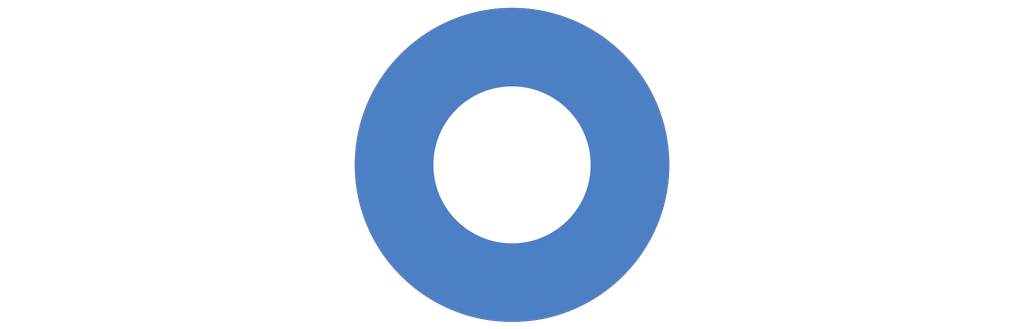
<source format=kicad_pcb>
(kicad_pcb (version 20240108) (generator pcbnew)
  (layers (0 "F.Cu" signal) (31 "B.Cu" signal) (34 "B.Paste" user) (35 "F.Paste" user) (36 "B.SilkS" user "B.Silkscreen") (37 "F.SilkS" user "F.Silkscreen") (38 "B.Mask" user) (39 "F.Mask" user) (44 "Edge.Cuts" user))
  (net 0 "")
  (footprint "MountingHole_5.5mm_Pad_TopBottom" (layer "F.Cu") (at 0 0)
    (property "Reference" "REF**")
    (property "Value" "MountingHole_5.5mm_Pad_TopBottom")
    (pad "1" thru_hole circle (at 0 0) (size 5.9 5.9) (drill 5.5) (layers *.Cu *.Mask) (remove_unused_layers))
    (pad "1" connect circle (at 0 0) (size 11 11) (layers "F.Cu" "F.Mask"))
    (pad "1" connect circle (at 0 0) (size 11 11) (layers "B.Cu" "B.Mask"))
  )
)
</source>
